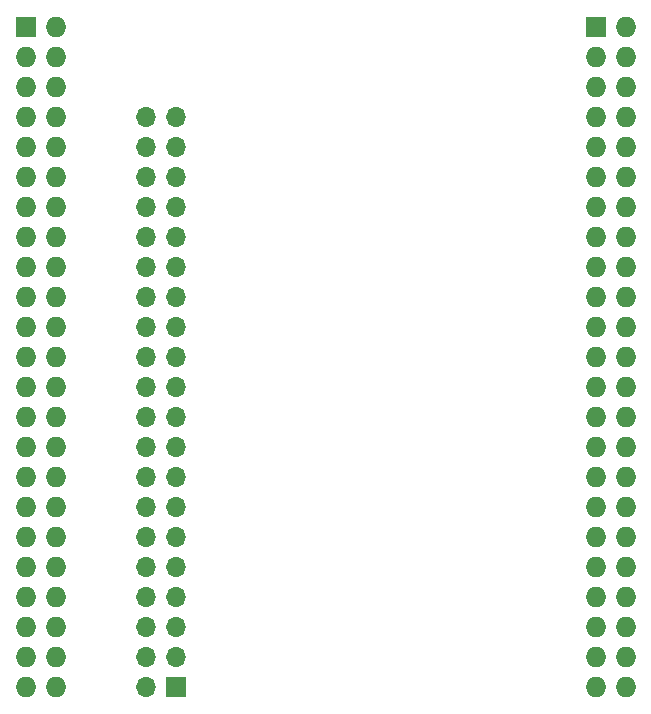
<source format=gbs>
%TF.GenerationSoftware,KiCad,Pcbnew,(6.0.4-0)*%
%TF.CreationDate,2022-03-20T16:54:33-07:00*%
%TF.ProjectId,Pi Adapter 3,50692041-6461-4707-9465-7220332e6b69,rev?*%
%TF.SameCoordinates,Original*%
%TF.FileFunction,Soldermask,Bot*%
%TF.FilePolarity,Negative*%
%FSLAX46Y46*%
G04 Gerber Fmt 4.6, Leading zero omitted, Abs format (unit mm)*
G04 Created by KiCad (PCBNEW (6.0.4-0)) date 2022-03-20 16:54:33*
%MOMM*%
%LPD*%
G01*
G04 APERTURE LIST*
%ADD10R,1.727200X1.727200*%
%ADD11O,1.727200X1.727200*%
%ADD12R,1.700000X1.700000*%
%ADD13O,1.700000X1.700000*%
G04 APERTURE END LIST*
D10*
%TO.C,P8*%
X164630100Y-62382400D03*
D11*
X167170100Y-62382400D03*
X164630100Y-64922400D03*
X167170100Y-64922400D03*
X164630100Y-67462400D03*
X167170100Y-67462400D03*
X164630100Y-70002400D03*
X167170100Y-70002400D03*
X164630100Y-72542400D03*
X167170100Y-72542400D03*
X164630100Y-75082400D03*
X167170100Y-75082400D03*
X164630100Y-77622400D03*
X167170100Y-77622400D03*
X164630100Y-80162400D03*
X167170100Y-80162400D03*
X164630100Y-82702400D03*
X167170100Y-82702400D03*
X164630100Y-85242400D03*
X167170100Y-85242400D03*
X164630100Y-87782400D03*
X167170100Y-87782400D03*
X164630100Y-90322400D03*
X167170100Y-90322400D03*
X164630100Y-92862400D03*
X167170100Y-92862400D03*
X164630100Y-95402400D03*
X167170100Y-95402400D03*
X164630100Y-97942400D03*
X167170100Y-97942400D03*
X164630100Y-100482400D03*
X167170100Y-100482400D03*
X164630100Y-103022400D03*
X167170100Y-103022400D03*
X164630100Y-105562400D03*
X167170100Y-105562400D03*
X164630100Y-108102400D03*
X167170100Y-108102400D03*
X164630100Y-110642400D03*
X167170100Y-110642400D03*
X164630100Y-113182400D03*
X167170100Y-113182400D03*
X164630100Y-115722400D03*
X167170100Y-115722400D03*
X164630100Y-118262400D03*
X167170100Y-118262400D03*
%TD*%
D10*
%TO.C,P9*%
X116370100Y-62382400D03*
D11*
X118910100Y-62382400D03*
X116370100Y-64922400D03*
X118910100Y-64922400D03*
X116370100Y-67462400D03*
X118910100Y-67462400D03*
X116370100Y-70002400D03*
X118910100Y-70002400D03*
X116370100Y-72542400D03*
X118910100Y-72542400D03*
X116370100Y-75082400D03*
X118910100Y-75082400D03*
X116370100Y-77622400D03*
X118910100Y-77622400D03*
X116370100Y-80162400D03*
X118910100Y-80162400D03*
X116370100Y-82702400D03*
X118910100Y-82702400D03*
X116370100Y-85242400D03*
X118910100Y-85242400D03*
X116370100Y-87782400D03*
X118910100Y-87782400D03*
X116370100Y-90322400D03*
X118910100Y-90322400D03*
X116370100Y-92862400D03*
X118910100Y-92862400D03*
X116370100Y-95402400D03*
X118910100Y-95402400D03*
X116370100Y-97942400D03*
X118910100Y-97942400D03*
X116370100Y-100482400D03*
X118910100Y-100482400D03*
X116370100Y-103022400D03*
X118910100Y-103022400D03*
X116370100Y-105562400D03*
X118910100Y-105562400D03*
X116370100Y-108102400D03*
X118910100Y-108102400D03*
X116370100Y-110642400D03*
X118910100Y-110642400D03*
X116370100Y-113182400D03*
X118910100Y-113182400D03*
X116370100Y-115722400D03*
X118910100Y-115722400D03*
X116370100Y-118262400D03*
X118910100Y-118262400D03*
%TD*%
D12*
%TO.C,J1*%
X129070100Y-118262400D03*
D13*
X126530100Y-118262400D03*
X129070100Y-115722400D03*
X126530100Y-115722400D03*
X129070100Y-113182400D03*
X126530100Y-113182400D03*
X129070100Y-110642400D03*
X126530100Y-110642400D03*
X129070100Y-108102400D03*
X126530100Y-108102400D03*
X129070100Y-105562400D03*
X126530100Y-105562400D03*
X129070100Y-103022400D03*
X126530100Y-103022400D03*
X129070100Y-100482400D03*
X126530100Y-100482400D03*
X129070100Y-97942400D03*
X126530100Y-97942400D03*
X129070100Y-95402400D03*
X126530100Y-95402400D03*
X129070100Y-92862400D03*
X126530100Y-92862400D03*
X129070100Y-90322400D03*
X126530100Y-90322400D03*
X129070100Y-87782400D03*
X126530100Y-87782400D03*
X129070100Y-85242400D03*
X126530100Y-85242400D03*
X129070100Y-82702400D03*
X126530100Y-82702400D03*
X129070100Y-80162400D03*
X126530100Y-80162400D03*
X129070100Y-77622400D03*
X126530100Y-77622400D03*
X129070100Y-75082400D03*
X126530100Y-75082400D03*
X129070100Y-72542400D03*
X126530100Y-72542400D03*
X129070100Y-70002400D03*
X126530100Y-70002400D03*
%TD*%
M02*

</source>
